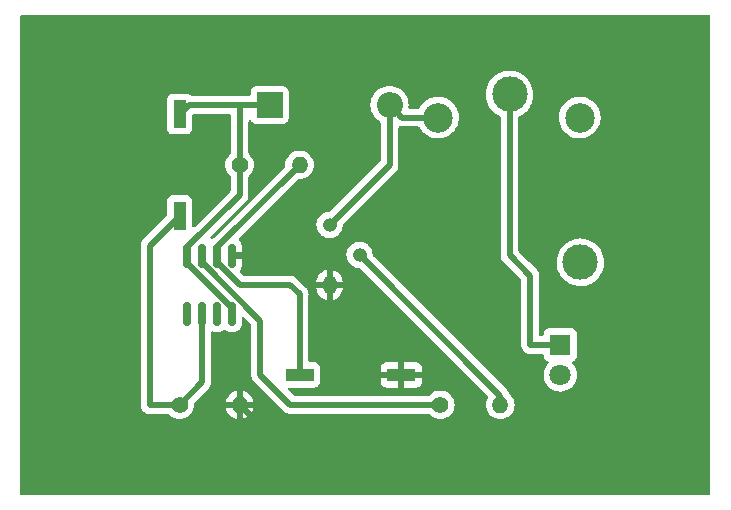
<source format=gbr>
%TF.GenerationSoftware,KiCad,Pcbnew,(6.0.4)*%
%TF.CreationDate,2022-05-29T18:16:18+05:30*%
%TF.ProjectId,TOUCH ON AND OFF SWTICH CIRCUIT,544f5543-4820-44f4-9e20-414e44204f46,rev?*%
%TF.SameCoordinates,Original*%
%TF.FileFunction,Copper,L1,Top*%
%TF.FilePolarity,Positive*%
%FSLAX46Y46*%
G04 Gerber Fmt 4.6, Leading zero omitted, Abs format (unit mm)*
G04 Created by KiCad (PCBNEW (6.0.4)) date 2022-05-29 18:16:18*
%MOMM*%
%LPD*%
G01*
G04 APERTURE LIST*
G04 Aperture macros list*
%AMRoundRect*
0 Rectangle with rounded corners*
0 $1 Rounding radius*
0 $2 $3 $4 $5 $6 $7 $8 $9 X,Y pos of 4 corners*
0 Add a 4 corners polygon primitive as box body*
4,1,4,$2,$3,$4,$5,$6,$7,$8,$9,$2,$3,0*
0 Add four circle primitives for the rounded corners*
1,1,$1+$1,$2,$3*
1,1,$1+$1,$4,$5*
1,1,$1+$1,$6,$7*
1,1,$1+$1,$8,$9*
0 Add four rect primitives between the rounded corners*
20,1,$1+$1,$2,$3,$4,$5,0*
20,1,$1+$1,$4,$5,$6,$7,0*
20,1,$1+$1,$6,$7,$8,$9,0*
20,1,$1+$1,$8,$9,$2,$3,0*%
G04 Aperture macros list end*
%TA.AperFunction,ComponentPad*%
%ADD10C,3.000000*%
%TD*%
%TA.AperFunction,ComponentPad*%
%ADD11C,2.500000*%
%TD*%
%TA.AperFunction,ComponentPad*%
%ADD12O,1.200000X1.600000*%
%TD*%
%TA.AperFunction,ComponentPad*%
%ADD13O,1.200000X1.200000*%
%TD*%
%TA.AperFunction,ComponentPad*%
%ADD14C,1.400000*%
%TD*%
%TA.AperFunction,ComponentPad*%
%ADD15O,1.400000X1.400000*%
%TD*%
%TA.AperFunction,ComponentPad*%
%ADD16R,1.800000X1.800000*%
%TD*%
%TA.AperFunction,ComponentPad*%
%ADD17C,1.800000*%
%TD*%
%TA.AperFunction,SMDPad,CuDef*%
%ADD18R,2.440000X1.120000*%
%TD*%
%TA.AperFunction,ComponentPad*%
%ADD19R,2.200000X2.200000*%
%TD*%
%TA.AperFunction,ComponentPad*%
%ADD20O,2.200000X2.200000*%
%TD*%
%TA.AperFunction,SMDPad,CuDef*%
%ADD21R,1.120000X2.440000*%
%TD*%
%TA.AperFunction,SMDPad,CuDef*%
%ADD22RoundRect,0.150000X-0.150000X0.825000X-0.150000X-0.825000X0.150000X-0.825000X0.150000X0.825000X0*%
%TD*%
%TA.AperFunction,Conductor*%
%ADD23C,0.500000*%
%TD*%
G04 APERTURE END LIST*
D10*
%TO.P,K1,1*%
%TO.N,Net-(K1-Pad1)*%
X59195000Y-21980000D03*
D11*
%TO.P,K1,2*%
%TO.N,Net-(D1-Pad2)*%
X53145000Y-23930000D03*
D10*
%TO.P,K1,4*%
%TO.N,N/C*%
X65195000Y-36180000D03*
D11*
%TO.P,K1,5*%
X65145000Y-23930000D03*
%TD*%
D12*
%TO.P,Q1,1,E*%
%TO.N,GND*%
X43955000Y-38100000D03*
D13*
%TO.P,Q1,2,B*%
%TO.N,Net-(Q1-Pad2)*%
X46495000Y-35560000D03*
%TO.P,Q1,3,C*%
%TO.N,Net-(D1-Pad2)*%
X43955000Y-33020000D03*
%TD*%
D14*
%TO.P,R3,1*%
%TO.N,Net-(R3-Pad1)*%
X31255000Y-48260000D03*
D15*
%TO.P,R3,2*%
%TO.N,GND*%
X36335000Y-48260000D03*
%TD*%
D14*
%TO.P,R1,1*%
%TO.N,VCC*%
X36335000Y-27940000D03*
D15*
%TO.P,R1,2*%
%TO.N,Net-(R1-Pad2)*%
X41415000Y-27940000D03*
%TD*%
D16*
%TO.P,L1,1,K*%
%TO.N,Net-(K1-Pad1)*%
X63500000Y-43180000D03*
D17*
%TO.P,L1,2,A*%
%TO.N,AC*%
X63500000Y-45720000D03*
%TD*%
D18*
%TO.P,SW1,1*%
%TO.N,GND*%
X50025000Y-45720000D03*
%TO.P,SW1,2*%
%TO.N,Net-(R1-Pad2)*%
X41415000Y-45720000D03*
%TD*%
D19*
%TO.P,D1,1,K*%
%TO.N,VCC*%
X38875000Y-22860000D03*
D20*
%TO.P,D1,2,A*%
%TO.N,Net-(D1-Pad2)*%
X49035000Y-22860000D03*
%TD*%
D21*
%TO.P,SW2,1*%
%TO.N,Net-(R3-Pad1)*%
X31255000Y-32245000D03*
%TO.P,SW2,2*%
%TO.N,VCC*%
X31255000Y-23635000D03*
%TD*%
D14*
%TO.P,R2,1*%
%TO.N,Net-(R2-Pad1)*%
X53340000Y-48260000D03*
D15*
%TO.P,R2,2*%
%TO.N,Net-(Q1-Pad2)*%
X58420000Y-48260000D03*
%TD*%
D22*
%TO.P,U1,8,VCC*%
%TO.N,VCC*%
X35700000Y-40575000D03*
%TO.P,U1,7,DIS*%
%TO.N,unconnected-(U1-Pad7)*%
X34430000Y-40575000D03*
%TO.P,U1,6,THR*%
%TO.N,Net-(R3-Pad1)*%
X33160000Y-40575000D03*
%TO.P,U1,5,CV*%
%TO.N,unconnected-(U1-Pad5)*%
X31890000Y-40575000D03*
%TO.P,U1,4,R*%
%TO.N,VCC*%
X31890000Y-35625000D03*
%TO.P,U1,3,Q*%
%TO.N,Net-(R2-Pad1)*%
X33160000Y-35625000D03*
%TO.P,U1,2,TR*%
%TO.N,Net-(R1-Pad2)*%
X34430000Y-35625000D03*
%TO.P,U1,1,GND*%
%TO.N,GND*%
X35700000Y-35625000D03*
%TD*%
D23*
%TO.N,Net-(Q1-Pad2)*%
X58420000Y-47485000D02*
X58420000Y-48260000D01*
X46495000Y-35560000D02*
X58420000Y-47485000D01*
%TO.N,GND*%
X38875000Y-50800000D02*
X36335000Y-48260000D01*
X53816144Y-45720000D02*
X55880000Y-47783856D01*
X55880000Y-47783856D02*
X55880000Y-50800000D01*
X55880000Y-50800000D02*
X38875000Y-50800000D01*
X50025000Y-45720000D02*
X53816144Y-45720000D01*
%TO.N,Net-(R2-Pad1)*%
X40640000Y-48260000D02*
X38100000Y-45720000D01*
X53340000Y-48260000D02*
X40640000Y-48260000D01*
%TO.N,Net-(K1-Pad1)*%
X63500000Y-43180000D02*
X60960000Y-43180000D01*
%TO.N,GND*%
X48260000Y-45720000D02*
X45720000Y-43180000D01*
X50025000Y-45720000D02*
X48260000Y-45720000D01*
%TO.N,Net-(R2-Pad1)*%
X33160000Y-36177849D02*
X38100000Y-41117849D01*
X33160000Y-35625000D02*
X33160000Y-36177849D01*
X38100000Y-41117849D02*
X38100000Y-45720000D01*
%TO.N,Net-(R1-Pad2)*%
X41415000Y-38875000D02*
X41415000Y-45720000D01*
X34430000Y-36177849D02*
X36352151Y-38100000D01*
X36352151Y-38100000D02*
X40640000Y-38100000D01*
X34430000Y-35625000D02*
X34430000Y-36177849D01*
X40640000Y-38100000D02*
X41415000Y-38875000D01*
%TO.N,GND*%
X43955000Y-41415000D02*
X45720000Y-43180000D01*
X43955000Y-38100000D02*
X43955000Y-41415000D01*
%TO.N,Net-(K1-Pad1)*%
X60960000Y-37325000D02*
X59195000Y-35560000D01*
X60960000Y-43180000D02*
X60960000Y-37325000D01*
%TO.N,Net-(R2-Pad1)*%
X33160000Y-35625000D02*
X33160000Y-36212151D01*
%TO.N,GND*%
X35765000Y-35560000D02*
X35700000Y-35625000D01*
X43955000Y-35560000D02*
X35765000Y-35560000D01*
X43955000Y-38100000D02*
X43955000Y-35560000D01*
%TO.N,Net-(R1-Pad2)*%
X34430000Y-35625000D02*
X34430000Y-34925000D01*
X34430000Y-34925000D02*
X41415000Y-27940000D01*
%TO.N,VCC*%
X36335000Y-30480000D02*
X36335000Y-27940000D01*
X31890000Y-34925000D02*
X36335000Y-30480000D01*
X31890000Y-35625000D02*
X31890000Y-34925000D01*
X35700000Y-40022151D02*
X35700000Y-40575000D01*
X31890000Y-36212151D02*
X35700000Y-40022151D01*
X31890000Y-35625000D02*
X31890000Y-36212151D01*
%TO.N,Net-(R3-Pad1)*%
X33160000Y-46355000D02*
X31255000Y-48260000D01*
X33160000Y-40575000D02*
X33160000Y-46355000D01*
X28715000Y-48260000D02*
X31255000Y-48260000D01*
X28715000Y-34785000D02*
X28715000Y-48260000D01*
X31255000Y-32245000D02*
X28715000Y-34785000D01*
%TO.N,VCC*%
X36335000Y-27940000D02*
X36335000Y-22860000D01*
X32030000Y-22860000D02*
X31255000Y-23635000D01*
X38875000Y-22860000D02*
X32030000Y-22860000D01*
%TO.N,Net-(K1-Pad1)*%
X59195000Y-21980000D02*
X59195000Y-35560000D01*
%TO.N,Net-(D1-Pad2)*%
X49035000Y-22860000D02*
X49035000Y-27940000D01*
X49035000Y-27940000D02*
X43955000Y-33020000D01*
X50105000Y-23930000D02*
X49035000Y-22860000D01*
X53145000Y-23930000D02*
X50105000Y-23930000D01*
%TD*%
%TA.AperFunction,Conductor*%
%TO.N,GND*%
G36*
X76142121Y-15260002D02*
G01*
X76188614Y-15313658D01*
X76200000Y-15366000D01*
X76200000Y-55754000D01*
X76179998Y-55822121D01*
X76126342Y-55868614D01*
X76074000Y-55880000D01*
X17906000Y-55880000D01*
X17837879Y-55859998D01*
X17791386Y-55806342D01*
X17780000Y-55754000D01*
X17780000Y-48301298D01*
X27952453Y-48301298D01*
X27963380Y-48364889D01*
X27964348Y-48371610D01*
X27971818Y-48435681D01*
X27975058Y-48444607D01*
X27980799Y-48466258D01*
X27982406Y-48475614D01*
X28006448Y-48532115D01*
X28007670Y-48534988D01*
X28010152Y-48541289D01*
X28032167Y-48601937D01*
X28036181Y-48608059D01*
X28037373Y-48609878D01*
X28047933Y-48629615D01*
X28048787Y-48631623D01*
X28048794Y-48631635D01*
X28051657Y-48638364D01*
X28055993Y-48644256D01*
X28055996Y-48644261D01*
X28089900Y-48690332D01*
X28093790Y-48695928D01*
X28129144Y-48749852D01*
X28134461Y-48754889D01*
X28136039Y-48756384D01*
X28150861Y-48773166D01*
X28156492Y-48780818D01*
X28162065Y-48785553D01*
X28162072Y-48785560D01*
X28205649Y-48822581D01*
X28210723Y-48827133D01*
X28247083Y-48861577D01*
X28257547Y-48871490D01*
X28263874Y-48875165D01*
X28263883Y-48875172D01*
X28265768Y-48876267D01*
X28284047Y-48889185D01*
X28285706Y-48890594D01*
X28285709Y-48890596D01*
X28291285Y-48895333D01*
X28297799Y-48898659D01*
X28297803Y-48898662D01*
X28348736Y-48924670D01*
X28354719Y-48927932D01*
X28404159Y-48956649D01*
X28404161Y-48956650D01*
X28410490Y-48960326D01*
X28417494Y-48962447D01*
X28417498Y-48962449D01*
X28419575Y-48963078D01*
X28440351Y-48971451D01*
X28448808Y-48975769D01*
X28511495Y-48991108D01*
X28518012Y-48992891D01*
X28579767Y-49011595D01*
X28589017Y-49012169D01*
X28589246Y-49012183D01*
X28611383Y-49015551D01*
X28615154Y-49016474D01*
X28615166Y-49016476D01*
X28620610Y-49017808D01*
X28628461Y-49018295D01*
X28629825Y-49018380D01*
X28629835Y-49018380D01*
X28631764Y-49018500D01*
X28687165Y-49018500D01*
X28694966Y-49018742D01*
X28756298Y-49022547D01*
X28769260Y-49020320D01*
X28790596Y-49018500D01*
X30252233Y-49018500D01*
X30320354Y-49038502D01*
X30341328Y-49055405D01*
X30475224Y-49189301D01*
X30648442Y-49310589D01*
X30653420Y-49312910D01*
X30653423Y-49312912D01*
X30835108Y-49397633D01*
X30840090Y-49399956D01*
X30845398Y-49401378D01*
X30845400Y-49401379D01*
X31039030Y-49453262D01*
X31039032Y-49453262D01*
X31044345Y-49454686D01*
X31255000Y-49473116D01*
X31465655Y-49454686D01*
X31470968Y-49453262D01*
X31470970Y-49453262D01*
X31664600Y-49401379D01*
X31664602Y-49401378D01*
X31669910Y-49399956D01*
X31674892Y-49397633D01*
X31856577Y-49312912D01*
X31856580Y-49312910D01*
X31861558Y-49310589D01*
X32034776Y-49189301D01*
X32184301Y-49039776D01*
X32305589Y-48866558D01*
X32314873Y-48846650D01*
X32392633Y-48679892D01*
X32392634Y-48679891D01*
X32394956Y-48674910D01*
X32403169Y-48644261D01*
X32434717Y-48526522D01*
X35155801Y-48526522D01*
X35194092Y-48669423D01*
X35197842Y-48679727D01*
X35282521Y-48861323D01*
X35287998Y-48870811D01*
X35402925Y-49034942D01*
X35409981Y-49043350D01*
X35551650Y-49185019D01*
X35560058Y-49192075D01*
X35724189Y-49307002D01*
X35733677Y-49312479D01*
X35915273Y-49397158D01*
X35925577Y-49400908D01*
X36063503Y-49437866D01*
X36077599Y-49437530D01*
X36081000Y-49429588D01*
X36081000Y-49424439D01*
X36589000Y-49424439D01*
X36592973Y-49437970D01*
X36601522Y-49439199D01*
X36744423Y-49400908D01*
X36754727Y-49397158D01*
X36936323Y-49312479D01*
X36945811Y-49307002D01*
X37109942Y-49192075D01*
X37118350Y-49185019D01*
X37260019Y-49043350D01*
X37267075Y-49034942D01*
X37382002Y-48870811D01*
X37387479Y-48861323D01*
X37472158Y-48679727D01*
X37475908Y-48669423D01*
X37512866Y-48531497D01*
X37512530Y-48517401D01*
X37504588Y-48514000D01*
X36607115Y-48514000D01*
X36591876Y-48518475D01*
X36590671Y-48519865D01*
X36589000Y-48527548D01*
X36589000Y-49424439D01*
X36081000Y-49424439D01*
X36081000Y-48532115D01*
X36076525Y-48516876D01*
X36075135Y-48515671D01*
X36067452Y-48514000D01*
X35170561Y-48514000D01*
X35157030Y-48517973D01*
X35155801Y-48526522D01*
X32434717Y-48526522D01*
X32448262Y-48475970D01*
X32448262Y-48475968D01*
X32449686Y-48470655D01*
X32468116Y-48260000D01*
X32461939Y-48189392D01*
X32475929Y-48119787D01*
X32498365Y-48089316D01*
X32599178Y-47988503D01*
X35157134Y-47988503D01*
X35157470Y-48002599D01*
X35165412Y-48006000D01*
X36062885Y-48006000D01*
X36078124Y-48001525D01*
X36079329Y-48000135D01*
X36081000Y-47992452D01*
X36081000Y-47987885D01*
X36589000Y-47987885D01*
X36593475Y-48003124D01*
X36594865Y-48004329D01*
X36602548Y-48006000D01*
X37499439Y-48006000D01*
X37512970Y-48002027D01*
X37514199Y-47993478D01*
X37475908Y-47850577D01*
X37472158Y-47840273D01*
X37387479Y-47658677D01*
X37382002Y-47649189D01*
X37267075Y-47485058D01*
X37260019Y-47476650D01*
X37118350Y-47334981D01*
X37109942Y-47327925D01*
X36945811Y-47212998D01*
X36936323Y-47207521D01*
X36754727Y-47122842D01*
X36744423Y-47119092D01*
X36606497Y-47082134D01*
X36592401Y-47082470D01*
X36589000Y-47090412D01*
X36589000Y-47987885D01*
X36081000Y-47987885D01*
X36081000Y-47095561D01*
X36077027Y-47082030D01*
X36068478Y-47080801D01*
X35925577Y-47119092D01*
X35915273Y-47122842D01*
X35733677Y-47207521D01*
X35724189Y-47212998D01*
X35560058Y-47327925D01*
X35551650Y-47334981D01*
X35409981Y-47476650D01*
X35402925Y-47485058D01*
X35287998Y-47649189D01*
X35282521Y-47658677D01*
X35197842Y-47840273D01*
X35194092Y-47850577D01*
X35157134Y-47988503D01*
X32599178Y-47988503D01*
X33648907Y-46938773D01*
X33663319Y-46926387D01*
X33674917Y-46917851D01*
X33674919Y-46917850D01*
X33680818Y-46913508D01*
X33685557Y-46907930D01*
X33685560Y-46907927D01*
X33715041Y-46873225D01*
X33721971Y-46865709D01*
X33727660Y-46860020D01*
X33729918Y-46857166D01*
X33729927Y-46857156D01*
X33745274Y-46837758D01*
X33748062Y-46834358D01*
X33790595Y-46784293D01*
X33790598Y-46784289D01*
X33795333Y-46778715D01*
X33798660Y-46772200D01*
X33802019Y-46767163D01*
X33805192Y-46762025D01*
X33809734Y-46756284D01*
X33840655Y-46690125D01*
X33842561Y-46686225D01*
X33861934Y-46648285D01*
X33875769Y-46621192D01*
X33877508Y-46614083D01*
X33879604Y-46608449D01*
X33881523Y-46602679D01*
X33884622Y-46596050D01*
X33899491Y-46524565D01*
X33900461Y-46520282D01*
X33916473Y-46454844D01*
X33917808Y-46449390D01*
X33918500Y-46438236D01*
X33918535Y-46438238D01*
X33918775Y-46434266D01*
X33919152Y-46430045D01*
X33920641Y-46422885D01*
X33918546Y-46345458D01*
X33918500Y-46342050D01*
X33918500Y-42148519D01*
X33938502Y-42080398D01*
X33992158Y-42033905D01*
X34062432Y-42023801D01*
X34079652Y-42027522D01*
X34169989Y-42053767D01*
X34169993Y-42053768D01*
X34176169Y-42055562D01*
X34182574Y-42056066D01*
X34182579Y-42056067D01*
X34211042Y-42058307D01*
X34211050Y-42058307D01*
X34213498Y-42058500D01*
X34646502Y-42058500D01*
X34648950Y-42058307D01*
X34648958Y-42058307D01*
X34677421Y-42056067D01*
X34677426Y-42056066D01*
X34683831Y-42055562D01*
X34793154Y-42023801D01*
X34835988Y-42011357D01*
X34835990Y-42011356D01*
X34843601Y-42009145D01*
X34986807Y-41924453D01*
X34989489Y-41921771D01*
X35053861Y-41896498D01*
X35123484Y-41910400D01*
X35139312Y-41920572D01*
X35143193Y-41924453D01*
X35286399Y-42009145D01*
X35294010Y-42011356D01*
X35294012Y-42011357D01*
X35336846Y-42023801D01*
X35446169Y-42055562D01*
X35452574Y-42056066D01*
X35452579Y-42056067D01*
X35481042Y-42058307D01*
X35481050Y-42058307D01*
X35483498Y-42058500D01*
X35916502Y-42058500D01*
X35918950Y-42058307D01*
X35918958Y-42058307D01*
X35947421Y-42056067D01*
X35947426Y-42056066D01*
X35953831Y-42055562D01*
X36063154Y-42023801D01*
X36105988Y-42011357D01*
X36105990Y-42011356D01*
X36113601Y-42009145D01*
X36142411Y-41992107D01*
X36249980Y-41928491D01*
X36249983Y-41928489D01*
X36256807Y-41924453D01*
X36374453Y-41806807D01*
X36378489Y-41799983D01*
X36378491Y-41799980D01*
X36455108Y-41670427D01*
X36459145Y-41663601D01*
X36505562Y-41503831D01*
X36507106Y-41484220D01*
X36508307Y-41468958D01*
X36508307Y-41468950D01*
X36508500Y-41466502D01*
X36508500Y-40903220D01*
X36528502Y-40835099D01*
X36582158Y-40788606D01*
X36652432Y-40778502D01*
X36717012Y-40807996D01*
X36723595Y-40814125D01*
X37304595Y-41395125D01*
X37338621Y-41457437D01*
X37341500Y-41484220D01*
X37341500Y-45652930D01*
X37340067Y-45671880D01*
X37338000Y-45685469D01*
X37336801Y-45693349D01*
X37337394Y-45700641D01*
X37337394Y-45700644D01*
X37341085Y-45746018D01*
X37341500Y-45756233D01*
X37341500Y-45764293D01*
X37341925Y-45767937D01*
X37344789Y-45792507D01*
X37345222Y-45796882D01*
X37351140Y-45869637D01*
X37353396Y-45876601D01*
X37354587Y-45882560D01*
X37355971Y-45888415D01*
X37356818Y-45895681D01*
X37381735Y-45964327D01*
X37383152Y-45968455D01*
X37401423Y-46024853D01*
X37405649Y-46037899D01*
X37409445Y-46044154D01*
X37411951Y-46049628D01*
X37414670Y-46055058D01*
X37417167Y-46061937D01*
X37421180Y-46068057D01*
X37421180Y-46068058D01*
X37457186Y-46122976D01*
X37459523Y-46126680D01*
X37497405Y-46189107D01*
X37501121Y-46193315D01*
X37501122Y-46193316D01*
X37504803Y-46197484D01*
X37504776Y-46197508D01*
X37507429Y-46200500D01*
X37510132Y-46203733D01*
X37514144Y-46209852D01*
X37570383Y-46263128D01*
X37572825Y-46265506D01*
X40056230Y-48748911D01*
X40068616Y-48763323D01*
X40077149Y-48774918D01*
X40077154Y-48774923D01*
X40081492Y-48780818D01*
X40087070Y-48785557D01*
X40087073Y-48785560D01*
X40121768Y-48815035D01*
X40129284Y-48821965D01*
X40134979Y-48827660D01*
X40137861Y-48829940D01*
X40157251Y-48845281D01*
X40160655Y-48848072D01*
X40209048Y-48889185D01*
X40216285Y-48895333D01*
X40222801Y-48898661D01*
X40227838Y-48902020D01*
X40232977Y-48905194D01*
X40238716Y-48909734D01*
X40245349Y-48912834D01*
X40304837Y-48940636D01*
X40308791Y-48942569D01*
X40373808Y-48975769D01*
X40380924Y-48977510D01*
X40386554Y-48979604D01*
X40392321Y-48981523D01*
X40398950Y-48984621D01*
X40406110Y-48986110D01*
X40406112Y-48986111D01*
X40470396Y-48999482D01*
X40474680Y-49000452D01*
X40545610Y-49017808D01*
X40551212Y-49018156D01*
X40551215Y-49018156D01*
X40556764Y-49018500D01*
X40556762Y-49018536D01*
X40560752Y-49018775D01*
X40564950Y-49019150D01*
X40572115Y-49020640D01*
X40649520Y-49018546D01*
X40652928Y-49018500D01*
X52337233Y-49018500D01*
X52405354Y-49038502D01*
X52426328Y-49055405D01*
X52560224Y-49189301D01*
X52733442Y-49310589D01*
X52738420Y-49312910D01*
X52738423Y-49312912D01*
X52920108Y-49397633D01*
X52925090Y-49399956D01*
X52930398Y-49401378D01*
X52930400Y-49401379D01*
X53124030Y-49453262D01*
X53124032Y-49453262D01*
X53129345Y-49454686D01*
X53340000Y-49473116D01*
X53550655Y-49454686D01*
X53555968Y-49453262D01*
X53555970Y-49453262D01*
X53749600Y-49401379D01*
X53749602Y-49401378D01*
X53754910Y-49399956D01*
X53759892Y-49397633D01*
X53941577Y-49312912D01*
X53941580Y-49312910D01*
X53946558Y-49310589D01*
X54119776Y-49189301D01*
X54269301Y-49039776D01*
X54390589Y-48866558D01*
X54399873Y-48846650D01*
X54477633Y-48679892D01*
X54477634Y-48679891D01*
X54479956Y-48674910D01*
X54488169Y-48644261D01*
X54533262Y-48475970D01*
X54533262Y-48475968D01*
X54534686Y-48470655D01*
X54553116Y-48260000D01*
X54534686Y-48049345D01*
X54522301Y-48003124D01*
X54481379Y-47850400D01*
X54481378Y-47850398D01*
X54479956Y-47845090D01*
X54393030Y-47658677D01*
X54392912Y-47658423D01*
X54392910Y-47658420D01*
X54390589Y-47653442D01*
X54269301Y-47480224D01*
X54119776Y-47330699D01*
X53946558Y-47209411D01*
X53941580Y-47207090D01*
X53941577Y-47207088D01*
X53759892Y-47122367D01*
X53759891Y-47122366D01*
X53754910Y-47120044D01*
X53749602Y-47118622D01*
X53749600Y-47118621D01*
X53555970Y-47066738D01*
X53555968Y-47066738D01*
X53550655Y-47065314D01*
X53340000Y-47046884D01*
X53129345Y-47065314D01*
X53124032Y-47066738D01*
X53124030Y-47066738D01*
X52930400Y-47118621D01*
X52930398Y-47118622D01*
X52925090Y-47120044D01*
X52920109Y-47122366D01*
X52920108Y-47122367D01*
X52738423Y-47207088D01*
X52738420Y-47207090D01*
X52733442Y-47209411D01*
X52560224Y-47330699D01*
X52426328Y-47464595D01*
X52364016Y-47498621D01*
X52337233Y-47501500D01*
X41006371Y-47501500D01*
X40938250Y-47481498D01*
X40917276Y-47464595D01*
X40456276Y-47003595D01*
X40422250Y-46941283D01*
X40427315Y-46870468D01*
X40469862Y-46813632D01*
X40536382Y-46788821D01*
X40545371Y-46788500D01*
X42683134Y-46788500D01*
X42745316Y-46781745D01*
X42881705Y-46730615D01*
X42998261Y-46643261D01*
X43085615Y-46526705D01*
X43136745Y-46390316D01*
X43143500Y-46328134D01*
X43143500Y-46324669D01*
X48297001Y-46324669D01*
X48297371Y-46331490D01*
X48302895Y-46382352D01*
X48306521Y-46397604D01*
X48351676Y-46518054D01*
X48360214Y-46533649D01*
X48436715Y-46635724D01*
X48449276Y-46648285D01*
X48551351Y-46724786D01*
X48566946Y-46733324D01*
X48687394Y-46778478D01*
X48702649Y-46782105D01*
X48753514Y-46787631D01*
X48760328Y-46788000D01*
X49752885Y-46788000D01*
X49768124Y-46783525D01*
X49769329Y-46782135D01*
X49771000Y-46774452D01*
X49771000Y-46769884D01*
X50279000Y-46769884D01*
X50283475Y-46785123D01*
X50284865Y-46786328D01*
X50292548Y-46787999D01*
X51289669Y-46787999D01*
X51296490Y-46787629D01*
X51347352Y-46782105D01*
X51362604Y-46778479D01*
X51483054Y-46733324D01*
X51498649Y-46724786D01*
X51600724Y-46648285D01*
X51613285Y-46635724D01*
X51689786Y-46533649D01*
X51698324Y-46518054D01*
X51743478Y-46397606D01*
X51747105Y-46382351D01*
X51752631Y-46331486D01*
X51753000Y-46324672D01*
X51753000Y-45992115D01*
X51748525Y-45976876D01*
X51747135Y-45975671D01*
X51739452Y-45974000D01*
X50297115Y-45974000D01*
X50281876Y-45978475D01*
X50280671Y-45979865D01*
X50279000Y-45987548D01*
X50279000Y-46769884D01*
X49771000Y-46769884D01*
X49771000Y-45992115D01*
X49766525Y-45976876D01*
X49765135Y-45975671D01*
X49757452Y-45974000D01*
X48315116Y-45974000D01*
X48299877Y-45978475D01*
X48298672Y-45979865D01*
X48297001Y-45987548D01*
X48297001Y-46324669D01*
X43143500Y-46324669D01*
X43143500Y-45447885D01*
X48297000Y-45447885D01*
X48301475Y-45463124D01*
X48302865Y-45464329D01*
X48310548Y-45466000D01*
X49752885Y-45466000D01*
X49768124Y-45461525D01*
X49769329Y-45460135D01*
X49771000Y-45452452D01*
X49771000Y-45447885D01*
X50279000Y-45447885D01*
X50283475Y-45463124D01*
X50284865Y-45464329D01*
X50292548Y-45466000D01*
X51734884Y-45466000D01*
X51750123Y-45461525D01*
X51751328Y-45460135D01*
X51752999Y-45452452D01*
X51752999Y-45115331D01*
X51752629Y-45108510D01*
X51747105Y-45057648D01*
X51743479Y-45042396D01*
X51698324Y-44921946D01*
X51689786Y-44906351D01*
X51613285Y-44804276D01*
X51600724Y-44791715D01*
X51498649Y-44715214D01*
X51483054Y-44706676D01*
X51362606Y-44661522D01*
X51347351Y-44657895D01*
X51296486Y-44652369D01*
X51289672Y-44652000D01*
X50297115Y-44652000D01*
X50281876Y-44656475D01*
X50280671Y-44657865D01*
X50279000Y-44665548D01*
X50279000Y-45447885D01*
X49771000Y-45447885D01*
X49771000Y-44670116D01*
X49766525Y-44654877D01*
X49765135Y-44653672D01*
X49757452Y-44652001D01*
X48760331Y-44652001D01*
X48753510Y-44652371D01*
X48702648Y-44657895D01*
X48687396Y-44661521D01*
X48566946Y-44706676D01*
X48551351Y-44715214D01*
X48449276Y-44791715D01*
X48436715Y-44804276D01*
X48360214Y-44906351D01*
X48351676Y-44921946D01*
X48306522Y-45042394D01*
X48302895Y-45057649D01*
X48297369Y-45108514D01*
X48297000Y-45115328D01*
X48297000Y-45447885D01*
X43143500Y-45447885D01*
X43143500Y-45111866D01*
X43136745Y-45049684D01*
X43085615Y-44913295D01*
X42998261Y-44796739D01*
X42881705Y-44709385D01*
X42745316Y-44658255D01*
X42683134Y-44651500D01*
X42299500Y-44651500D01*
X42231379Y-44631498D01*
X42184886Y-44577842D01*
X42173500Y-44525500D01*
X42173500Y-38942070D01*
X42174933Y-38923120D01*
X42177099Y-38908885D01*
X42177099Y-38908881D01*
X42178199Y-38901651D01*
X42176734Y-38883632D01*
X42173915Y-38848982D01*
X42173500Y-38838767D01*
X42173500Y-38830707D01*
X42170209Y-38802480D01*
X42169778Y-38798121D01*
X42164454Y-38732662D01*
X42164453Y-38732659D01*
X42163860Y-38725364D01*
X42161604Y-38718400D01*
X42160417Y-38712461D01*
X42159030Y-38706590D01*
X42158182Y-38699319D01*
X42155686Y-38692443D01*
X42155684Y-38692434D01*
X42133275Y-38630702D01*
X42131865Y-38626598D01*
X42109352Y-38557101D01*
X42105556Y-38550846D01*
X42103057Y-38545387D01*
X42100329Y-38539939D01*
X42097833Y-38533063D01*
X42057805Y-38472010D01*
X42055481Y-38468327D01*
X42020500Y-38410680D01*
X42020499Y-38410679D01*
X42017595Y-38405893D01*
X42013716Y-38401500D01*
X42010198Y-38397517D01*
X42010225Y-38397493D01*
X42007570Y-38394499D01*
X42004868Y-38391268D01*
X42000856Y-38385148D01*
X41985406Y-38370512D01*
X42848687Y-38370512D01*
X42861471Y-38504494D01*
X42863730Y-38516228D01*
X42919872Y-38707599D01*
X42924302Y-38718675D01*
X43015619Y-38895978D01*
X43022069Y-38906024D01*
X43145262Y-39062857D01*
X43153499Y-39071506D01*
X43304123Y-39202212D01*
X43313847Y-39209147D01*
X43486467Y-39309010D01*
X43497331Y-39313984D01*
X43685727Y-39379407D01*
X43686716Y-39379648D01*
X43697008Y-39378180D01*
X43701000Y-39364615D01*
X43701000Y-39360402D01*
X44209000Y-39360402D01*
X44212973Y-39373933D01*
X44222399Y-39375288D01*
X44311537Y-39353806D01*
X44322832Y-39349917D01*
X44504382Y-39267371D01*
X44514724Y-39261424D01*
X44677397Y-39146032D01*
X44686425Y-39138239D01*
X44824342Y-38994169D01*
X44831738Y-38984804D01*
X44939921Y-38817259D01*
X44945417Y-38806655D01*
X45019961Y-38621688D01*
X45023355Y-38610230D01*
X45061857Y-38413072D01*
X45062934Y-38404209D01*
X45063000Y-38401500D01*
X45063000Y-38372115D01*
X45058525Y-38356876D01*
X45057135Y-38355671D01*
X45049452Y-38354000D01*
X44227115Y-38354000D01*
X44211876Y-38358475D01*
X44210671Y-38359865D01*
X44209000Y-38367548D01*
X44209000Y-39360402D01*
X43701000Y-39360402D01*
X43701000Y-38372115D01*
X43696525Y-38356876D01*
X43695135Y-38355671D01*
X43687452Y-38354000D01*
X42865227Y-38354000D01*
X42850750Y-38358251D01*
X42848687Y-38370512D01*
X41985406Y-38370512D01*
X41944617Y-38331872D01*
X41942175Y-38329494D01*
X41440566Y-37827885D01*
X42847000Y-37827885D01*
X42851475Y-37843124D01*
X42852865Y-37844329D01*
X42860548Y-37846000D01*
X43682885Y-37846000D01*
X43698124Y-37841525D01*
X43699329Y-37840135D01*
X43701000Y-37832452D01*
X43701000Y-37827885D01*
X44209000Y-37827885D01*
X44213475Y-37843124D01*
X44214865Y-37844329D01*
X44222548Y-37846000D01*
X45044773Y-37846000D01*
X45059250Y-37841749D01*
X45061313Y-37829488D01*
X45048529Y-37695506D01*
X45046270Y-37683772D01*
X44990128Y-37492401D01*
X44985698Y-37481325D01*
X44894381Y-37304022D01*
X44887931Y-37293976D01*
X44764738Y-37137143D01*
X44756501Y-37128494D01*
X44605877Y-36997788D01*
X44596153Y-36990853D01*
X44423533Y-36890990D01*
X44412669Y-36886016D01*
X44224273Y-36820593D01*
X44223284Y-36820352D01*
X44212992Y-36821820D01*
X44209000Y-36835385D01*
X44209000Y-37827885D01*
X43701000Y-37827885D01*
X43701000Y-36839598D01*
X43697027Y-36826067D01*
X43687601Y-36824712D01*
X43598463Y-36846194D01*
X43587168Y-36850083D01*
X43405618Y-36932629D01*
X43395276Y-36938576D01*
X43232603Y-37053968D01*
X43223575Y-37061761D01*
X43085658Y-37205831D01*
X43078262Y-37215196D01*
X42970079Y-37382741D01*
X42964583Y-37393345D01*
X42890039Y-37578312D01*
X42886645Y-37589770D01*
X42848143Y-37786928D01*
X42847066Y-37795791D01*
X42847000Y-37798500D01*
X42847000Y-37827885D01*
X41440566Y-37827885D01*
X41223770Y-37611089D01*
X41211384Y-37596677D01*
X41202851Y-37585082D01*
X41202846Y-37585077D01*
X41198508Y-37579182D01*
X41192930Y-37574443D01*
X41192927Y-37574440D01*
X41158232Y-37544965D01*
X41150716Y-37538035D01*
X41145021Y-37532340D01*
X41138880Y-37527482D01*
X41122749Y-37514719D01*
X41119345Y-37511928D01*
X41069297Y-37469409D01*
X41069295Y-37469408D01*
X41063715Y-37464667D01*
X41057199Y-37461339D01*
X41052150Y-37457972D01*
X41047021Y-37454805D01*
X41041284Y-37450266D01*
X40975125Y-37419345D01*
X40971225Y-37417439D01*
X40906192Y-37384231D01*
X40899084Y-37382492D01*
X40893441Y-37380393D01*
X40887678Y-37378476D01*
X40881050Y-37375378D01*
X40870195Y-37373120D01*
X40809588Y-37360514D01*
X40805299Y-37359543D01*
X40802610Y-37358885D01*
X40734390Y-37342192D01*
X40728788Y-37341844D01*
X40728785Y-37341844D01*
X40723236Y-37341500D01*
X40723238Y-37341464D01*
X40719245Y-37341225D01*
X40715053Y-37340851D01*
X40707885Y-37339360D01*
X40641675Y-37341151D01*
X40630479Y-37341454D01*
X40627072Y-37341500D01*
X36718522Y-37341500D01*
X36650401Y-37321498D01*
X36629427Y-37304595D01*
X36366788Y-37041956D01*
X36332762Y-36979644D01*
X36337827Y-36908829D01*
X36363752Y-36868490D01*
X36363592Y-36868366D01*
X36364990Y-36866564D01*
X36366788Y-36863766D01*
X36368447Y-36862107D01*
X36378089Y-36849676D01*
X36454648Y-36720221D01*
X36460893Y-36705790D01*
X36503269Y-36559935D01*
X36505570Y-36547333D01*
X36507807Y-36518916D01*
X36508000Y-36513986D01*
X36508000Y-35897115D01*
X36503525Y-35881876D01*
X36502135Y-35880671D01*
X36494452Y-35879000D01*
X35572000Y-35879000D01*
X35503879Y-35858998D01*
X35457386Y-35805342D01*
X35446000Y-35753000D01*
X35446000Y-35530859D01*
X45382132Y-35530859D01*
X45395457Y-35734151D01*
X45445605Y-35931610D01*
X45530898Y-36116624D01*
X45648479Y-36282997D01*
X45794410Y-36425157D01*
X45799206Y-36428362D01*
X45799209Y-36428364D01*
X45805130Y-36432320D01*
X45963803Y-36538342D01*
X45969106Y-36540620D01*
X45969109Y-36540622D01*
X46145680Y-36616483D01*
X46150987Y-36618763D01*
X46223817Y-36635243D01*
X46344055Y-36662450D01*
X46344060Y-36662451D01*
X46349692Y-36663725D01*
X46355463Y-36663952D01*
X46355465Y-36663952D01*
X46483980Y-36669001D01*
X46551263Y-36691662D01*
X46568128Y-36705809D01*
X57354965Y-47492646D01*
X57388991Y-47554958D01*
X57383926Y-47625773D01*
X57374986Y-47644747D01*
X57372573Y-47648926D01*
X57369411Y-47653442D01*
X57280044Y-47845090D01*
X57278622Y-47850398D01*
X57278621Y-47850400D01*
X57237699Y-48003124D01*
X57225314Y-48049345D01*
X57206884Y-48260000D01*
X57225314Y-48470655D01*
X57226738Y-48475968D01*
X57226738Y-48475970D01*
X57271832Y-48644261D01*
X57280044Y-48674910D01*
X57282366Y-48679891D01*
X57282367Y-48679892D01*
X57360128Y-48846650D01*
X57369411Y-48866558D01*
X57490699Y-49039776D01*
X57640224Y-49189301D01*
X57813442Y-49310589D01*
X57818420Y-49312910D01*
X57818423Y-49312912D01*
X58000108Y-49397633D01*
X58005090Y-49399956D01*
X58010398Y-49401378D01*
X58010400Y-49401379D01*
X58204030Y-49453262D01*
X58204032Y-49453262D01*
X58209345Y-49454686D01*
X58420000Y-49473116D01*
X58630655Y-49454686D01*
X58635968Y-49453262D01*
X58635970Y-49453262D01*
X58829600Y-49401379D01*
X58829602Y-49401378D01*
X58834910Y-49399956D01*
X58839892Y-49397633D01*
X59021577Y-49312912D01*
X59021580Y-49312910D01*
X59026558Y-49310589D01*
X59199776Y-49189301D01*
X59349301Y-49039776D01*
X59470589Y-48866558D01*
X59479873Y-48846650D01*
X59557633Y-48679892D01*
X59557634Y-48679891D01*
X59559956Y-48674910D01*
X59568169Y-48644261D01*
X59613262Y-48475970D01*
X59613262Y-48475968D01*
X59614686Y-48470655D01*
X59633116Y-48260000D01*
X59614686Y-48049345D01*
X59602301Y-48003124D01*
X59561379Y-47850400D01*
X59561378Y-47850398D01*
X59559956Y-47845090D01*
X59473030Y-47658677D01*
X59472912Y-47658423D01*
X59472910Y-47658420D01*
X59470589Y-47653442D01*
X59349301Y-47480224D01*
X59199776Y-47330699D01*
X59195265Y-47327540D01*
X59193715Y-47326455D01*
X59193250Y-47325848D01*
X59191051Y-47324003D01*
X59191461Y-47323515D01*
X59147541Y-47266230D01*
X59138264Y-47240670D01*
X59136847Y-47236542D01*
X59116607Y-47174064D01*
X59116606Y-47174062D01*
X59114351Y-47167101D01*
X59110555Y-47160846D01*
X59108049Y-47155372D01*
X59105330Y-47149942D01*
X59102833Y-47143063D01*
X59095066Y-47131216D01*
X59062814Y-47082024D01*
X59060467Y-47078305D01*
X59059802Y-47077209D01*
X59022595Y-47015893D01*
X59015197Y-47007516D01*
X59015224Y-47007492D01*
X59012571Y-47004500D01*
X59009868Y-47001267D01*
X59005856Y-46995148D01*
X58949617Y-46941872D01*
X58947175Y-46939494D01*
X47644562Y-35636881D01*
X47610536Y-35574569D01*
X47608186Y-35559315D01*
X47590137Y-35362880D01*
X47590136Y-35362877D01*
X47589608Y-35357126D01*
X47534307Y-35161047D01*
X47529536Y-35151371D01*
X47446756Y-34983510D01*
X47444201Y-34978329D01*
X47425796Y-34953681D01*
X47325758Y-34819715D01*
X47325758Y-34819714D01*
X47322305Y-34815091D01*
X47224231Y-34724432D01*
X47176943Y-34680719D01*
X47176940Y-34680717D01*
X47172703Y-34676800D01*
X47078799Y-34617551D01*
X47005288Y-34571169D01*
X47005283Y-34571167D01*
X47000404Y-34568088D01*
X46811180Y-34492595D01*
X46611366Y-34452849D01*
X46605592Y-34452773D01*
X46605588Y-34452773D01*
X46502452Y-34451424D01*
X46407655Y-34450183D01*
X46401958Y-34451162D01*
X46401957Y-34451162D01*
X46212567Y-34483705D01*
X46206870Y-34484684D01*
X46015734Y-34555198D01*
X46010773Y-34558150D01*
X46010772Y-34558150D01*
X45907315Y-34619701D01*
X45840649Y-34659363D01*
X45687478Y-34793690D01*
X45683911Y-34798215D01*
X45683906Y-34798220D01*
X45608689Y-34893633D01*
X45561351Y-34953681D01*
X45466492Y-35133978D01*
X45406078Y-35328543D01*
X45382132Y-35530859D01*
X35446000Y-35530859D01*
X35446000Y-35497000D01*
X35466002Y-35428879D01*
X35519658Y-35382386D01*
X35572000Y-35371000D01*
X36489884Y-35371000D01*
X36505123Y-35366525D01*
X36506328Y-35365135D01*
X36507999Y-35357452D01*
X36507999Y-34736017D01*
X36507805Y-34731080D01*
X36505570Y-34702664D01*
X36503270Y-34690069D01*
X36460893Y-34544210D01*
X36454648Y-34529779D01*
X36378089Y-34400322D01*
X36368449Y-34387896D01*
X36293212Y-34312659D01*
X36259186Y-34250347D01*
X36264251Y-34179532D01*
X36293212Y-34134469D01*
X37436822Y-32990859D01*
X42842132Y-32990859D01*
X42855457Y-33194151D01*
X42905605Y-33391610D01*
X42990898Y-33576624D01*
X43108479Y-33742997D01*
X43254410Y-33885157D01*
X43259206Y-33888362D01*
X43259209Y-33888364D01*
X43327149Y-33933760D01*
X43423803Y-33998342D01*
X43429106Y-34000620D01*
X43429109Y-34000622D01*
X43605680Y-34076483D01*
X43610987Y-34078763D01*
X43683817Y-34095243D01*
X43804055Y-34122450D01*
X43804060Y-34122451D01*
X43809692Y-34123725D01*
X43815463Y-34123952D01*
X43815465Y-34123952D01*
X43878470Y-34126427D01*
X44013263Y-34131723D01*
X44214883Y-34102490D01*
X44220347Y-34100635D01*
X44220352Y-34100634D01*
X44402327Y-34038862D01*
X44402332Y-34038860D01*
X44407799Y-34037004D01*
X44585551Y-33937458D01*
X44742186Y-33807186D01*
X44872458Y-33650551D01*
X44972004Y-33472799D01*
X44973860Y-33467332D01*
X44973862Y-33467327D01*
X45035634Y-33285352D01*
X45035635Y-33285347D01*
X45037490Y-33279883D01*
X45066723Y-33078263D01*
X45068024Y-33028591D01*
X45089803Y-32961017D01*
X45104886Y-32942795D01*
X49523911Y-28523770D01*
X49538323Y-28511384D01*
X49549918Y-28502851D01*
X49549923Y-28502846D01*
X49555818Y-28498508D01*
X49560557Y-28492930D01*
X49560560Y-28492927D01*
X49590035Y-28458232D01*
X49596965Y-28450716D01*
X49602660Y-28445021D01*
X49620281Y-28422749D01*
X49623072Y-28419345D01*
X49665591Y-28369297D01*
X49665592Y-28369295D01*
X49670333Y-28363715D01*
X49673661Y-28357199D01*
X49677028Y-28352150D01*
X49680195Y-28347021D01*
X49684734Y-28341284D01*
X49715655Y-28275125D01*
X49717561Y-28271225D01*
X49750769Y-28206192D01*
X49752508Y-28199084D01*
X49754607Y-28193441D01*
X49756524Y-28187678D01*
X49759622Y-28181050D01*
X49774487Y-28109583D01*
X49775457Y-28105299D01*
X49791473Y-28039845D01*
X49792808Y-28034390D01*
X49793500Y-28023236D01*
X49793536Y-28023238D01*
X49793775Y-28019245D01*
X49794149Y-28015053D01*
X49795640Y-28007885D01*
X49793546Y-27930479D01*
X49793500Y-27927072D01*
X49793500Y-24795231D01*
X49813502Y-24727110D01*
X49867158Y-24680617D01*
X49937432Y-24670513D01*
X49949445Y-24672841D01*
X50010610Y-24687808D01*
X50016212Y-24688156D01*
X50016215Y-24688156D01*
X50021764Y-24688500D01*
X50021762Y-24688535D01*
X50025734Y-24688775D01*
X50029955Y-24689152D01*
X50037115Y-24690641D01*
X50114542Y-24688546D01*
X50117950Y-24688500D01*
X51480854Y-24688500D01*
X51548975Y-24708502D01*
X51591846Y-24754862D01*
X51657737Y-24877491D01*
X51660532Y-24881234D01*
X51660534Y-24881237D01*
X51811330Y-25083177D01*
X51811335Y-25083183D01*
X51814122Y-25086915D01*
X51817431Y-25090195D01*
X51817436Y-25090201D01*
X51996426Y-25267635D01*
X51999743Y-25270923D01*
X52003505Y-25273681D01*
X52003508Y-25273684D01*
X52126002Y-25363500D01*
X52210524Y-25425474D01*
X52214667Y-25427654D01*
X52214669Y-25427655D01*
X52437684Y-25544989D01*
X52437689Y-25544991D01*
X52441834Y-25547172D01*
X52688590Y-25633344D01*
X52693183Y-25634216D01*
X52940785Y-25681224D01*
X52940788Y-25681224D01*
X52945374Y-25682095D01*
X53075958Y-25687226D01*
X53201875Y-25692174D01*
X53201881Y-25692174D01*
X53206543Y-25692357D01*
X53285977Y-25683657D01*
X53461707Y-25664412D01*
X53461712Y-25664411D01*
X53466360Y-25663902D01*
X53579116Y-25634216D01*
X53714594Y-25598548D01*
X53714596Y-25598547D01*
X53719117Y-25597357D01*
X53959262Y-25494182D01*
X54181519Y-25356646D01*
X54185082Y-25353629D01*
X54185087Y-25353626D01*
X54377439Y-25190787D01*
X54377440Y-25190786D01*
X54381005Y-25187768D01*
X54401736Y-25164128D01*
X54550257Y-24994774D01*
X54550261Y-24994769D01*
X54553339Y-24991259D01*
X54694733Y-24771437D01*
X54802083Y-24533129D01*
X54820310Y-24468500D01*
X54871760Y-24286076D01*
X54871761Y-24286073D01*
X54873030Y-24281572D01*
X54889832Y-24149496D01*
X54905616Y-24025421D01*
X54905616Y-24025417D01*
X54906014Y-24022291D01*
X54908431Y-23930000D01*
X54899352Y-23807823D01*
X54889407Y-23674000D01*
X54889406Y-23673996D01*
X54889061Y-23669348D01*
X54883569Y-23645073D01*
X54832408Y-23418980D01*
X54831377Y-23414423D01*
X54777539Y-23275978D01*
X54738340Y-23175176D01*
X54738339Y-23175173D01*
X54736647Y-23170823D01*
X54606951Y-22943902D01*
X54445138Y-22738643D01*
X54254763Y-22559557D01*
X54040009Y-22410576D01*
X54035816Y-22408508D01*
X53809781Y-22297040D01*
X53809778Y-22297039D01*
X53805593Y-22294975D01*
X53792104Y-22290657D01*
X53561123Y-22216720D01*
X53556665Y-22215293D01*
X53298693Y-22173279D01*
X53184942Y-22171790D01*
X53042022Y-22169919D01*
X53042019Y-22169919D01*
X53037345Y-22169858D01*
X52778362Y-22205104D01*
X52527433Y-22278243D01*
X52523180Y-22280203D01*
X52523179Y-22280204D01*
X52486659Y-22297040D01*
X52290072Y-22387668D01*
X52251067Y-22413241D01*
X52075404Y-22528410D01*
X52075399Y-22528414D01*
X52071491Y-22530976D01*
X51876494Y-22705018D01*
X51709363Y-22905970D01*
X51592933Y-23097842D01*
X51585030Y-23110865D01*
X51532591Y-23158726D01*
X51477311Y-23171500D01*
X50760265Y-23171500D01*
X50692144Y-23151498D01*
X50645651Y-23097842D01*
X50634653Y-23035614D01*
X50648086Y-22864930D01*
X50648474Y-22860000D01*
X50628609Y-22607597D01*
X50618598Y-22565895D01*
X50570660Y-22366221D01*
X50569505Y-22361409D01*
X50516035Y-22232320D01*
X50474511Y-22132072D01*
X50474509Y-22132068D01*
X50472616Y-22127498D01*
X50369310Y-21958918D01*
X57181917Y-21958918D01*
X57197682Y-22232320D01*
X57198507Y-22236525D01*
X57198508Y-22236533D01*
X57210787Y-22299117D01*
X57250405Y-22501053D01*
X57251792Y-22505103D01*
X57251793Y-22505108D01*
X57333006Y-22742311D01*
X57339112Y-22760144D01*
X57462160Y-23004799D01*
X57464586Y-23008328D01*
X57464589Y-23008334D01*
X57614843Y-23226953D01*
X57617274Y-23230490D01*
X57801582Y-23433043D01*
X58011675Y-23608707D01*
X58015316Y-23610991D01*
X58240024Y-23751951D01*
X58240028Y-23751953D01*
X58243664Y-23754234D01*
X58362352Y-23807824D01*
X58416205Y-23854086D01*
X58436500Y-23922660D01*
X58436500Y-35492930D01*
X58435067Y-35511880D01*
X58431801Y-35533349D01*
X58432394Y-35540641D01*
X58432394Y-35540644D01*
X58436085Y-35586018D01*
X58436500Y-35596233D01*
X58436500Y-35604293D01*
X58436925Y-35607937D01*
X58439789Y-35632507D01*
X58440222Y-35636881D01*
X58446140Y-35709637D01*
X58448396Y-35716601D01*
X58449587Y-35722560D01*
X58450971Y-35728415D01*
X58451818Y-35735681D01*
X58476735Y-35804327D01*
X58478152Y-35808455D01*
X58500649Y-35877899D01*
X58504445Y-35884154D01*
X58506951Y-35889628D01*
X58509670Y-35895058D01*
X58512167Y-35901937D01*
X58516180Y-35908057D01*
X58516180Y-35908058D01*
X58552186Y-35962976D01*
X58554523Y-35966680D01*
X58592405Y-36029107D01*
X58596121Y-36033315D01*
X58596122Y-36033316D01*
X58599803Y-36037484D01*
X58599776Y-36037508D01*
X58602429Y-36040500D01*
X58605132Y-36043733D01*
X58609144Y-36049852D01*
X58614456Y-36054884D01*
X58665383Y-36103128D01*
X58667825Y-36105506D01*
X60164595Y-37602276D01*
X60198621Y-37664588D01*
X60201500Y-37691371D01*
X60201500Y-43152165D01*
X60201258Y-43159966D01*
X60197453Y-43221298D01*
X60208380Y-43284889D01*
X60209348Y-43291610D01*
X60216818Y-43355681D01*
X60220058Y-43364607D01*
X60225799Y-43386258D01*
X60227406Y-43395614D01*
X60230270Y-43402345D01*
X60252670Y-43454988D01*
X60255152Y-43461289D01*
X60277167Y-43521937D01*
X60281181Y-43528059D01*
X60282373Y-43529878D01*
X60292933Y-43549615D01*
X60293787Y-43551623D01*
X60293794Y-43551635D01*
X60296657Y-43558364D01*
X60300993Y-43564256D01*
X60300996Y-43564261D01*
X60334900Y-43610332D01*
X60338790Y-43615928D01*
X60374144Y-43669852D01*
X60379461Y-43674889D01*
X60381039Y-43676384D01*
X60395861Y-43693166D01*
X60401492Y-43700818D01*
X60407065Y-43705553D01*
X60407072Y-43705560D01*
X60450649Y-43742581D01*
X60455723Y-43747133D01*
X60497234Y-43786457D01*
X60502547Y-43791490D01*
X60508874Y-43795165D01*
X60508883Y-43795172D01*
X60510768Y-43796267D01*
X60529047Y-43809185D01*
X60530706Y-43810594D01*
X60530709Y-43810596D01*
X60536285Y-43815333D01*
X60542799Y-43818659D01*
X60542803Y-43818662D01*
X60593736Y-43844670D01*
X60599719Y-43847932D01*
X60649159Y-43876649D01*
X60649161Y-43876650D01*
X60655490Y-43880326D01*
X60662494Y-43882447D01*
X60662498Y-43882449D01*
X60664575Y-43883078D01*
X60685351Y-43891451D01*
X60693808Y-43895769D01*
X60756495Y-43911108D01*
X60763012Y-43912891D01*
X60824767Y-43931595D01*
X60834017Y-43932169D01*
X60834246Y-43932183D01*
X60856383Y-43935551D01*
X60860154Y-43936474D01*
X60860166Y-43936476D01*
X60865610Y-43937808D01*
X60873461Y-43938295D01*
X60874825Y-43938380D01*
X60874835Y-43938380D01*
X60876764Y-43938500D01*
X60932165Y-43938500D01*
X60939966Y-43938742D01*
X61001298Y-43942547D01*
X61014260Y-43940320D01*
X61035596Y-43938500D01*
X61965500Y-43938500D01*
X62033621Y-43958502D01*
X62080114Y-44012158D01*
X62091500Y-44064500D01*
X62091500Y-44128134D01*
X62098255Y-44190316D01*
X62149385Y-44326705D01*
X62236739Y-44443261D01*
X62353295Y-44530615D01*
X62361704Y-44533767D01*
X62361705Y-44533768D01*
X62421164Y-44556058D01*
X62477929Y-44598699D01*
X62502629Y-44665261D01*
X62487422Y-44734609D01*
X62468029Y-44761091D01*
X62427102Y-44803919D01*
X62401639Y-44830564D01*
X62398725Y-44834836D01*
X62398724Y-44834837D01*
X62383152Y-44857665D01*
X62271119Y-45021899D01*
X62173602Y-45231981D01*
X62111707Y-45455169D01*
X62087095Y-45685469D01*
X62087392Y-45690622D01*
X62087392Y-45690625D01*
X62093519Y-45796882D01*
X62100427Y-45916697D01*
X62101564Y-45921743D01*
X62101565Y-45921749D01*
X62124801Y-46024853D01*
X62151346Y-46142642D01*
X62153288Y-46147424D01*
X62153289Y-46147428D01*
X62228029Y-46331490D01*
X62238484Y-46357237D01*
X62359501Y-46554719D01*
X62511147Y-46729784D01*
X62689349Y-46877730D01*
X62889322Y-46994584D01*
X62894147Y-46996426D01*
X62894148Y-46996427D01*
X62915289Y-47004500D01*
X63105694Y-47077209D01*
X63110760Y-47078240D01*
X63110761Y-47078240D01*
X63163846Y-47089040D01*
X63332656Y-47123385D01*
X63463324Y-47128176D01*
X63558949Y-47131683D01*
X63558953Y-47131683D01*
X63564113Y-47131872D01*
X63569233Y-47131216D01*
X63569235Y-47131216D01*
X63663875Y-47119092D01*
X63793847Y-47102442D01*
X63798795Y-47100957D01*
X63798802Y-47100956D01*
X64010747Y-47037369D01*
X64015690Y-47035886D01*
X64046709Y-47020690D01*
X64219049Y-46936262D01*
X64219052Y-46936260D01*
X64223684Y-46933991D01*
X64412243Y-46799494D01*
X64576303Y-46636005D01*
X64711458Y-46447917D01*
X64718743Y-46433178D01*
X64811784Y-46244922D01*
X64811785Y-46244920D01*
X64814078Y-46240280D01*
X64881408Y-46018671D01*
X64911640Y-45789041D01*
X64913327Y-45720000D01*
X64907032Y-45643434D01*
X64894773Y-45494318D01*
X64894772Y-45494312D01*
X64894349Y-45489167D01*
X64837925Y-45264533D01*
X64835866Y-45259797D01*
X64747630Y-45056868D01*
X64747628Y-45056865D01*
X64745570Y-45052131D01*
X64619764Y-44857665D01*
X64564326Y-44796739D01*
X64529848Y-44758848D01*
X64498796Y-44695002D01*
X64507192Y-44624504D01*
X64552369Y-44569736D01*
X64578812Y-44556067D01*
X64638297Y-44533767D01*
X64646705Y-44530615D01*
X64763261Y-44443261D01*
X64850615Y-44326705D01*
X64901745Y-44190316D01*
X64908500Y-44128134D01*
X64908500Y-42231866D01*
X64901745Y-42169684D01*
X64850615Y-42033295D01*
X64763261Y-41916739D01*
X64646705Y-41829385D01*
X64510316Y-41778255D01*
X64448134Y-41771500D01*
X62551866Y-41771500D01*
X62489684Y-41778255D01*
X62353295Y-41829385D01*
X62236739Y-41916739D01*
X62149385Y-42033295D01*
X62098255Y-42169684D01*
X62091500Y-42231866D01*
X62091500Y-42295500D01*
X62071498Y-42363621D01*
X62017842Y-42410114D01*
X61965500Y-42421500D01*
X61844500Y-42421500D01*
X61776379Y-42401498D01*
X61729886Y-42347842D01*
X61718500Y-42295500D01*
X61718500Y-37392070D01*
X61719933Y-37373120D01*
X61722099Y-37358885D01*
X61722099Y-37358881D01*
X61723199Y-37351651D01*
X61722539Y-37343527D01*
X61718915Y-37298982D01*
X61718500Y-37288767D01*
X61718500Y-37280707D01*
X61715209Y-37252480D01*
X61714778Y-37248121D01*
X61712100Y-37215196D01*
X61708860Y-37175364D01*
X61706605Y-37168403D01*
X61705418Y-37162463D01*
X61704029Y-37156588D01*
X61703182Y-37149319D01*
X61678264Y-37080670D01*
X61676847Y-37076542D01*
X61656607Y-37014064D01*
X61656606Y-37014062D01*
X61654351Y-37007101D01*
X61650555Y-37000846D01*
X61648049Y-36995372D01*
X61645330Y-36989942D01*
X61642833Y-36983063D01*
X61602814Y-36922024D01*
X61600467Y-36918305D01*
X61583892Y-36890990D01*
X61562595Y-36855893D01*
X61555197Y-36847516D01*
X61555224Y-36847492D01*
X61552571Y-36844500D01*
X61549868Y-36841267D01*
X61545856Y-36835148D01*
X61489617Y-36781872D01*
X61487175Y-36779494D01*
X60866599Y-36158918D01*
X63181917Y-36158918D01*
X63197682Y-36432320D01*
X63198507Y-36436525D01*
X63198508Y-36436533D01*
X63220264Y-36547421D01*
X63250405Y-36701053D01*
X63251792Y-36705103D01*
X63251793Y-36705108D01*
X63337723Y-36956088D01*
X63339112Y-36960144D01*
X63350639Y-36983063D01*
X63434257Y-37149319D01*
X63462160Y-37204799D01*
X63464586Y-37208328D01*
X63464589Y-37208334D01*
X63591745Y-37393345D01*
X63617274Y-37430490D01*
X63620161Y-37433663D01*
X63620162Y-37433664D01*
X63798692Y-37629867D01*
X63801582Y-37633043D01*
X63804877Y-37635798D01*
X63804878Y-37635799D01*
X63871342Y-37691371D01*
X64011675Y-37808707D01*
X64015316Y-37810991D01*
X64240024Y-37951951D01*
X64240028Y-37951953D01*
X64243664Y-37954234D01*
X64311544Y-37984883D01*
X64489345Y-38065164D01*
X64489349Y-38065166D01*
X64493257Y-38066930D01*
X64497377Y-38068150D01*
X64497376Y-38068150D01*
X64751723Y-38143491D01*
X64751727Y-38143492D01*
X64755836Y-38144709D01*
X64760070Y-38145357D01*
X64760075Y-38145358D01*
X65022298Y-38185483D01*
X65022300Y-38185483D01*
X65026540Y-38186132D01*
X65165912Y-38188322D01*
X65296071Y-38190367D01*
X65296077Y-38190367D01*
X65300362Y-38190434D01*
X65572235Y-38157534D01*
X65837127Y-38088041D01*
X65841087Y-38086401D01*
X65841092Y-38086399D01*
X65963631Y-38035641D01*
X66090136Y-37983241D01*
X66326582Y-37845073D01*
X66542089Y-37676094D01*
X66577861Y-37639181D01*
X66678881Y-37534936D01*
X66732669Y-37479431D01*
X66735202Y-37475983D01*
X66735206Y-37475978D01*
X66892257Y-37262178D01*
X66894795Y-37258723D01*
X66896841Y-37254955D01*
X67023418Y-37021830D01*
X67023419Y-37021828D01*
X67025468Y-37018054D01*
X67082711Y-36866564D01*
X67120751Y-36765895D01*
X67120752Y-36765891D01*
X67122269Y-36761877D01*
X67155046Y-36618763D01*
X67182449Y-36499117D01*
X67182450Y-36499113D01*
X67183407Y-36494933D01*
X67189635Y-36425157D01*
X67207531Y-36224627D01*
X67207531Y-36224625D01*
X67207751Y-36222161D01*
X67208193Y-36180000D01*
X67199321Y-36049852D01*
X67189859Y-35911055D01*
X67189858Y-35911049D01*
X67189567Y-35906778D01*
X67188565Y-35901937D01*
X67134901Y-35642809D01*
X67134032Y-35638612D01*
X67042617Y-35380465D01*
X66917013Y-35137112D01*
X66907040Y-35122921D01*
X66762008Y-34916562D01*
X66759545Y-34913057D01*
X66672806Y-34819715D01*
X66576046Y-34715588D01*
X66576043Y-34715585D01*
X66573125Y-34712445D01*
X66569810Y-34709731D01*
X66569806Y-34709728D01*
X66376016Y-34551113D01*
X66361205Y-34538990D01*
X66196847Y-34438272D01*
X66131366Y-34398145D01*
X66131365Y-34398145D01*
X66127704Y-34395901D01*
X66123768Y-34394173D01*
X65880873Y-34287549D01*
X65880869Y-34287548D01*
X65876945Y-34285825D01*
X65613566Y-34210800D01*
X65609324Y-34210196D01*
X65609318Y-34210195D01*
X65393868Y-34179532D01*
X65342443Y-34172213D01*
X65198589Y-34171460D01*
X65072877Y-34170802D01*
X65072871Y-34170802D01*
X65068591Y-34170780D01*
X65064347Y-34171339D01*
X65064343Y-34171339D01*
X64963571Y-34184606D01*
X64797078Y-34206525D01*
X64792938Y-34207658D01*
X64792936Y-34207658D01*
X64739966Y-34222149D01*
X64532928Y-34278788D01*
X64528980Y-34280472D01*
X64284982Y-34384546D01*
X64284978Y-34384548D01*
X64281030Y-34386232D01*
X64174777Y-34449823D01*
X64049725Y-34524664D01*
X64049721Y-34524667D01*
X64046043Y-34526868D01*
X63832318Y-34698094D01*
X63643808Y-34896742D01*
X63484002Y-35119136D01*
X63355857Y-35361161D01*
X63354385Y-35365184D01*
X63354383Y-35365188D01*
X63277760Y-35574569D01*
X63261743Y-35618337D01*
X63203404Y-35885907D01*
X63203068Y-35890177D01*
X63184875Y-36121340D01*
X63181917Y-36158918D01*
X60866599Y-36158918D01*
X59990405Y-35282724D01*
X59956379Y-35220412D01*
X59953500Y-35193629D01*
X59953500Y-23924028D01*
X59965300Y-23883839D01*
X63382173Y-23883839D01*
X63382397Y-23888505D01*
X63382397Y-23888511D01*
X63384103Y-23924028D01*
X63394713Y-24144908D01*
X63445704Y-24401256D01*
X63534026Y-24647252D01*
X63547776Y-24672842D01*
X63655523Y-24873370D01*
X63657737Y-24877491D01*
X63660532Y-24881234D01*
X63660534Y-24881237D01*
X63811330Y-25083177D01*
X63811335Y-25083183D01*
X63814122Y-25086915D01*
X63817431Y-25090195D01*
X63817436Y-25090201D01*
X63996426Y-25267635D01*
X63999743Y-25270923D01*
X64003505Y-25273681D01*
X64003508Y-25273684D01*
X64126002Y-25363500D01*
X64210524Y-25425474D01*
X64214667Y-25427654D01*
X64214669Y-25427655D01*
X64437684Y-25544989D01*
X64437689Y-25544991D01*
X64441834Y-25547172D01*
X64688590Y-25633344D01*
X64693183Y-25634216D01*
X64940785Y-25681224D01*
X64940788Y-25681224D01*
X64945374Y-25682095D01*
X65075958Y-25687226D01*
X65201875Y-25692174D01*
X65201881Y-25692174D01*
X65206543Y-25692357D01*
X65285977Y-25683657D01*
X65461707Y-25664412D01*
X65461712Y-25664411D01*
X65466360Y-25663902D01*
X65579116Y-25634216D01*
X65714594Y-25598548D01*
X65714596Y-25598547D01*
X65719117Y-25597357D01*
X65959262Y-25494182D01*
X66181519Y-25356646D01*
X66185082Y-25353629D01*
X66185087Y-25353626D01*
X66377439Y-25190787D01*
X66377440Y-25190786D01*
X66381005Y-25187768D01*
X66401736Y-25164128D01*
X66550257Y-24994774D01*
X66550261Y-24994769D01*
X66553339Y-24991259D01*
X66694733Y-24771437D01*
X66802083Y-24533129D01*
X66820310Y-24468500D01*
X66871760Y-24286076D01*
X66871761Y-24286073D01*
X66873030Y-24281572D01*
X66889832Y-24149496D01*
X66905616Y-24025421D01*
X66905616Y-24025417D01*
X66906014Y-24022291D01*
X66908431Y-23930000D01*
X66899352Y-23807823D01*
X66889407Y-23674000D01*
X66889406Y-23673996D01*
X66889061Y-23669348D01*
X66883569Y-23645073D01*
X66832408Y-23418980D01*
X66831377Y-23414423D01*
X66777539Y-23275978D01*
X66738340Y-23175176D01*
X66738339Y-23175173D01*
X66736647Y-23170823D01*
X66606951Y-22943902D01*
X66445138Y-22738643D01*
X66254763Y-22559557D01*
X66040009Y-22410576D01*
X66035816Y-22408508D01*
X65809781Y-22297040D01*
X65809778Y-22297039D01*
X65805593Y-22294975D01*
X65792104Y-22290657D01*
X65561123Y-22216720D01*
X65556665Y-22215293D01*
X65298693Y-22173279D01*
X65184942Y-22171790D01*
X65042022Y-22169919D01*
X65042019Y-22169919D01*
X65037345Y-22169858D01*
X64778362Y-22205104D01*
X64527433Y-22278243D01*
X64523180Y-22280203D01*
X64523179Y-22280204D01*
X64486659Y-22297040D01*
X64290072Y-22387668D01*
X64251067Y-22413241D01*
X64075404Y-22528410D01*
X64075399Y-22528414D01*
X64071491Y-22530976D01*
X63876494Y-22705018D01*
X63709363Y-22905970D01*
X63706934Y-22909973D01*
X63584097Y-23112403D01*
X63573771Y-23129419D01*
X63472697Y-23370455D01*
X63408359Y-23623783D01*
X63407891Y-23628434D01*
X63407890Y-23628438D01*
X63406482Y-23642424D01*
X63382173Y-23883839D01*
X59965300Y-23883839D01*
X59973502Y-23855907D01*
X60031281Y-23807620D01*
X60090136Y-23783241D01*
X60273008Y-23676379D01*
X60322879Y-23647237D01*
X60322880Y-23647236D01*
X60326582Y-23645073D01*
X60542089Y-23476094D01*
X60583809Y-23433043D01*
X60729686Y-23282509D01*
X60732669Y-23279431D01*
X60735202Y-23275983D01*
X60735206Y-23275978D01*
X60892257Y-23062178D01*
X60894795Y-23058723D01*
X60922154Y-23008334D01*
X61023418Y-22821830D01*
X61023419Y-22821828D01*
X61025468Y-22818054D01*
X61073868Y-22689966D01*
X61120751Y-22565895D01*
X61120752Y-22565891D01*
X61122269Y-22561877D01*
X61168182Y-22361409D01*
X61182449Y-22299117D01*
X61182450Y-22299113D01*
X61183407Y-22294933D01*
X61190388Y-22216720D01*
X61207531Y-22024627D01*
X61207531Y-22024625D01*
X61207751Y-22022161D01*
X61208193Y-21980000D01*
X61207496Y-21969771D01*
X61189859Y-21711055D01*
X61189858Y-21711049D01*
X61189567Y-21706778D01*
X61134032Y-21438612D01*
X61042617Y-21180465D01*
X60917013Y-20937112D01*
X60907040Y-20922921D01*
X60762008Y-20716562D01*
X60759545Y-20713057D01*
X60573125Y-20512445D01*
X60569810Y-20509731D01*
X60569806Y-20509728D01*
X60364523Y-20341706D01*
X60361205Y-20338990D01*
X60127704Y-20195901D01*
X60123768Y-20194173D01*
X59880873Y-20087549D01*
X59880869Y-20087548D01*
X59876945Y-20085825D01*
X59613566Y-20010800D01*
X59609324Y-20010196D01*
X59609318Y-20010195D01*
X59408834Y-19981662D01*
X59342443Y-19972213D01*
X59198589Y-19971460D01*
X59072877Y-19970802D01*
X59072871Y-19970802D01*
X59068591Y-19970780D01*
X59064347Y-19971339D01*
X59064343Y-19971339D01*
X58945302Y-19987011D01*
X58797078Y-20006525D01*
X58792938Y-20007658D01*
X58792936Y-20007658D01*
X58720008Y-20027609D01*
X58532928Y-20078788D01*
X58528980Y-20080472D01*
X58284982Y-20184546D01*
X58284978Y-20184548D01*
X58281030Y-20186232D01*
X58261125Y-20198145D01*
X58049725Y-20324664D01*
X58049721Y-20324667D01*
X58046043Y-20326868D01*
X57832318Y-20498094D01*
X57643808Y-20696742D01*
X57484002Y-20919136D01*
X57355857Y-21161161D01*
X57354385Y-21165184D01*
X57354383Y-21165188D01*
X57271616Y-21391358D01*
X57261743Y-21418337D01*
X57203404Y-21685907D01*
X57203068Y-21690177D01*
X57185293Y-21916029D01*
X57181917Y-21958918D01*
X50369310Y-21958918D01*
X50340328Y-21911624D01*
X50175898Y-21719102D01*
X49983376Y-21554672D01*
X49767502Y-21422384D01*
X49762932Y-21420491D01*
X49762928Y-21420489D01*
X49538164Y-21327389D01*
X49538162Y-21327388D01*
X49533591Y-21325495D01*
X49448968Y-21305179D01*
X49292216Y-21267546D01*
X49292210Y-21267545D01*
X49287403Y-21266391D01*
X49035000Y-21246526D01*
X48782597Y-21266391D01*
X48777790Y-21267545D01*
X48777784Y-21267546D01*
X48621032Y-21305179D01*
X48536409Y-21325495D01*
X48531838Y-21327388D01*
X48531836Y-21327389D01*
X48307072Y-21420489D01*
X48307068Y-21420491D01*
X48302498Y-21422384D01*
X48086624Y-21554672D01*
X47894102Y-21719102D01*
X47729672Y-21911624D01*
X47597384Y-22127498D01*
X47595491Y-22132068D01*
X47595489Y-22132072D01*
X47553965Y-22232320D01*
X47500495Y-22361409D01*
X47499340Y-22366221D01*
X47451403Y-22565895D01*
X47441391Y-22607597D01*
X47421526Y-22860000D01*
X47441391Y-23112403D01*
X47442545Y-23117210D01*
X47442546Y-23117216D01*
X47456461Y-23175176D01*
X47500495Y-23358591D01*
X47502388Y-23363162D01*
X47502389Y-23363164D01*
X47532476Y-23435799D01*
X47597384Y-23592502D01*
X47729672Y-23808376D01*
X47894102Y-24000898D01*
X48086624Y-24165328D01*
X48109966Y-24179632D01*
X48216335Y-24244815D01*
X48263966Y-24297463D01*
X48276500Y-24352248D01*
X48276500Y-27573629D01*
X48256498Y-27641750D01*
X48239595Y-27662724D01*
X44028118Y-31874201D01*
X43965806Y-31908227D01*
X43937375Y-31911095D01*
X43902335Y-31910637D01*
X43867655Y-31910183D01*
X43861958Y-31911162D01*
X43861957Y-31911162D01*
X43672567Y-31943705D01*
X43666870Y-31944684D01*
X43475734Y-32015198D01*
X43300649Y-32119363D01*
X43147478Y-32253690D01*
X43143911Y-32258215D01*
X43143906Y-32258220D01*
X43057331Y-32368040D01*
X43021351Y-32413681D01*
X42926492Y-32593978D01*
X42866078Y-32788543D01*
X42842132Y-32990859D01*
X37436822Y-32990859D01*
X41244316Y-29183365D01*
X41306628Y-29149339D01*
X41344392Y-29146939D01*
X41409524Y-29152637D01*
X41409525Y-29152637D01*
X41415000Y-29153116D01*
X41625655Y-29134686D01*
X41630968Y-29133262D01*
X41630970Y-29133262D01*
X41824600Y-29081379D01*
X41824602Y-29081378D01*
X41829910Y-29079956D01*
X41834892Y-29077633D01*
X42016577Y-28992912D01*
X42016580Y-28992910D01*
X42021558Y-28990589D01*
X42194776Y-28869301D01*
X42344301Y-28719776D01*
X42465589Y-28546558D01*
X42476216Y-28523770D01*
X42552633Y-28359892D01*
X42552634Y-28359891D01*
X42554956Y-28354910D01*
X42576321Y-28275177D01*
X42608262Y-28155970D01*
X42608262Y-28155968D01*
X42609686Y-28150655D01*
X42628116Y-27940000D01*
X42609686Y-27729345D01*
X42554956Y-27525090D01*
X42465589Y-27333442D01*
X42344301Y-27160224D01*
X42194776Y-27010699D01*
X42021558Y-26889411D01*
X42016580Y-26887090D01*
X42016577Y-26887088D01*
X41834892Y-26802367D01*
X41834891Y-26802366D01*
X41829910Y-26800044D01*
X41824602Y-26798622D01*
X41824600Y-26798621D01*
X41630970Y-26746738D01*
X41630968Y-26746738D01*
X41625655Y-26745314D01*
X41415000Y-26726884D01*
X41204345Y-26745314D01*
X41199032Y-26746738D01*
X41199030Y-26746738D01*
X41005400Y-26798621D01*
X41005398Y-26798622D01*
X41000090Y-26800044D01*
X40995109Y-26802366D01*
X40995108Y-26802367D01*
X40813423Y-26887088D01*
X40813420Y-26887090D01*
X40808442Y-26889411D01*
X40635224Y-27010699D01*
X40485699Y-27160224D01*
X40364411Y-27333442D01*
X40275044Y-27525090D01*
X40220314Y-27729345D01*
X40201884Y-27940000D01*
X40202363Y-27945475D01*
X40202363Y-27945476D01*
X40208061Y-28010608D01*
X40194071Y-28080213D01*
X40171635Y-28110684D01*
X34145079Y-34137240D01*
X34091139Y-34169142D01*
X34037210Y-34184809D01*
X33966216Y-34184606D01*
X33906600Y-34146053D01*
X33877291Y-34081388D01*
X33887595Y-34011143D01*
X33912964Y-33974717D01*
X36823911Y-31063770D01*
X36838323Y-31051384D01*
X36849918Y-31042851D01*
X36849923Y-31042846D01*
X36855818Y-31038508D01*
X36860557Y-31032930D01*
X36860560Y-31032927D01*
X36890035Y-30998232D01*
X36896965Y-30990716D01*
X36902660Y-30985021D01*
X36909112Y-30976866D01*
X36920281Y-30962749D01*
X36923072Y-30959345D01*
X36965591Y-30909297D01*
X36965592Y-30909295D01*
X36970333Y-30903715D01*
X36973661Y-30897199D01*
X36977028Y-30892150D01*
X36980195Y-30887021D01*
X36984734Y-30881284D01*
X37015655Y-30815125D01*
X37017561Y-30811225D01*
X37050769Y-30746192D01*
X37052508Y-30739084D01*
X37054607Y-30733441D01*
X37056524Y-30727678D01*
X37059622Y-30721050D01*
X37074487Y-30649583D01*
X37075457Y-30645299D01*
X37091473Y-30579845D01*
X37092808Y-30574390D01*
X37093500Y-30563236D01*
X37093536Y-30563238D01*
X37093775Y-30559245D01*
X37094149Y-30555053D01*
X37095640Y-30547885D01*
X37093546Y-30470479D01*
X37093500Y-30467072D01*
X37093500Y-28942767D01*
X37113502Y-28874646D01*
X37130405Y-28853672D01*
X37264301Y-28719776D01*
X37385589Y-28546558D01*
X37396216Y-28523770D01*
X37472633Y-28359892D01*
X37472634Y-28359891D01*
X37474956Y-28354910D01*
X37496321Y-28275177D01*
X37528262Y-28155970D01*
X37528262Y-28155968D01*
X37529686Y-28150655D01*
X37548116Y-27940000D01*
X37529686Y-27729345D01*
X37474956Y-27525090D01*
X37385589Y-27333442D01*
X37264301Y-27160224D01*
X37130405Y-27026328D01*
X37096379Y-26964016D01*
X37093500Y-26937233D01*
X37093500Y-24274856D01*
X37113502Y-24206735D01*
X37167158Y-24160242D01*
X37237432Y-24150138D01*
X37302012Y-24179632D01*
X37324054Y-24206953D01*
X37324385Y-24206705D01*
X37411739Y-24323261D01*
X37528295Y-24410615D01*
X37664684Y-24461745D01*
X37726866Y-24468500D01*
X40023134Y-24468500D01*
X40085316Y-24461745D01*
X40221705Y-24410615D01*
X40338261Y-24323261D01*
X40425615Y-24206705D01*
X40476745Y-24070316D01*
X40483500Y-24008134D01*
X40483500Y-21711866D01*
X40476745Y-21649684D01*
X40425615Y-21513295D01*
X40338261Y-21396739D01*
X40221705Y-21309385D01*
X40085316Y-21258255D01*
X40023134Y-21251500D01*
X37726866Y-21251500D01*
X37664684Y-21258255D01*
X37528295Y-21309385D01*
X37411739Y-21396739D01*
X37324385Y-21513295D01*
X37273255Y-21649684D01*
X37266500Y-21711866D01*
X37266500Y-21975500D01*
X37246498Y-22043621D01*
X37192842Y-22090114D01*
X37140500Y-22101500D01*
X36362835Y-22101500D01*
X36355033Y-22101258D01*
X36293702Y-22097453D01*
X36280740Y-22099680D01*
X36259404Y-22101500D01*
X32278413Y-22101500D01*
X32210292Y-22081498D01*
X32189318Y-22064595D01*
X32183642Y-22058919D01*
X32178261Y-22051739D01*
X32061705Y-21964385D01*
X31925316Y-21913255D01*
X31863134Y-21906500D01*
X30646866Y-21906500D01*
X30584684Y-21913255D01*
X30448295Y-21964385D01*
X30331739Y-22051739D01*
X30244385Y-22168295D01*
X30193255Y-22304684D01*
X30186500Y-22366866D01*
X30186500Y-24903134D01*
X30193255Y-24965316D01*
X30244385Y-25101705D01*
X30331739Y-25218261D01*
X30448295Y-25305615D01*
X30584684Y-25356745D01*
X30646866Y-25363500D01*
X31863134Y-25363500D01*
X31925316Y-25356745D01*
X32061705Y-25305615D01*
X32178261Y-25218261D01*
X32265615Y-25101705D01*
X32316745Y-24965316D01*
X32323500Y-24903134D01*
X32323500Y-23744500D01*
X32343502Y-23676379D01*
X32397158Y-23629886D01*
X32449500Y-23618500D01*
X35450500Y-23618500D01*
X35518621Y-23638502D01*
X35565114Y-23692158D01*
X35576500Y-23744500D01*
X35576500Y-26937233D01*
X35556498Y-27005354D01*
X35539595Y-27026328D01*
X35405699Y-27160224D01*
X35284411Y-27333442D01*
X35195044Y-27525090D01*
X35140314Y-27729345D01*
X35121884Y-27940000D01*
X35140314Y-28150655D01*
X35141738Y-28155968D01*
X35141738Y-28155970D01*
X35173680Y-28275177D01*
X35195044Y-28354910D01*
X35197366Y-28359891D01*
X35197367Y-28359892D01*
X35273785Y-28523770D01*
X35284411Y-28546558D01*
X35405699Y-28719776D01*
X35539595Y-28853672D01*
X35573621Y-28915984D01*
X35576500Y-28942767D01*
X35576500Y-30113629D01*
X35556498Y-30181750D01*
X35539595Y-30202724D01*
X32538595Y-33203724D01*
X32476283Y-33237750D01*
X32405468Y-33232685D01*
X32348632Y-33190138D01*
X32323821Y-33123618D01*
X32323500Y-33114629D01*
X32323500Y-30976866D01*
X32316745Y-30914684D01*
X32265615Y-30778295D01*
X32178261Y-30661739D01*
X32061705Y-30574385D01*
X31925316Y-30523255D01*
X31863134Y-30516500D01*
X30646866Y-30516500D01*
X30584684Y-30523255D01*
X30448295Y-30574385D01*
X30331739Y-30661739D01*
X30244385Y-30778295D01*
X30193255Y-30914684D01*
X30186500Y-30976866D01*
X30186500Y-32188629D01*
X30166498Y-32256750D01*
X30149595Y-32277724D01*
X28226089Y-34201230D01*
X28211677Y-34213616D01*
X28200082Y-34222149D01*
X28200077Y-34222154D01*
X28194182Y-34226492D01*
X28189443Y-34232070D01*
X28189440Y-34232073D01*
X28159965Y-34266768D01*
X28153035Y-34274284D01*
X28147340Y-34279979D01*
X28145060Y-34282861D01*
X28129719Y-34302251D01*
X28126928Y-34305655D01*
X28120978Y-34312659D01*
X28079667Y-34361285D01*
X28076339Y-34367801D01*
X28072972Y-34372850D01*
X28069805Y-34377979D01*
X28065266Y-34383716D01*
X28034345Y-34449875D01*
X28032442Y-34453769D01*
X27999231Y-34518808D01*
X27997492Y-34525916D01*
X27995393Y-34531559D01*
X27993476Y-34537322D01*
X27990378Y-34543950D01*
X27988888Y-34551112D01*
X27988888Y-34551113D01*
X27975514Y-34615412D01*
X27974544Y-34619696D01*
X27957192Y-34690610D01*
X27956500Y-34701764D01*
X27956464Y-34701762D01*
X27956225Y-34705755D01*
X27955851Y-34709947D01*
X27954360Y-34717115D01*
X27954558Y-34724432D01*
X27956454Y-34794521D01*
X27956500Y-34797928D01*
X27956500Y-48232165D01*
X27956258Y-48239966D01*
X27952453Y-48301298D01*
X17780000Y-48301298D01*
X17780000Y-15366000D01*
X17800002Y-15297879D01*
X17853658Y-15251386D01*
X17906000Y-15240000D01*
X76074000Y-15240000D01*
X76142121Y-15260002D01*
G37*
%TD.AperFunction*%
%TD*%
M02*

</source>
